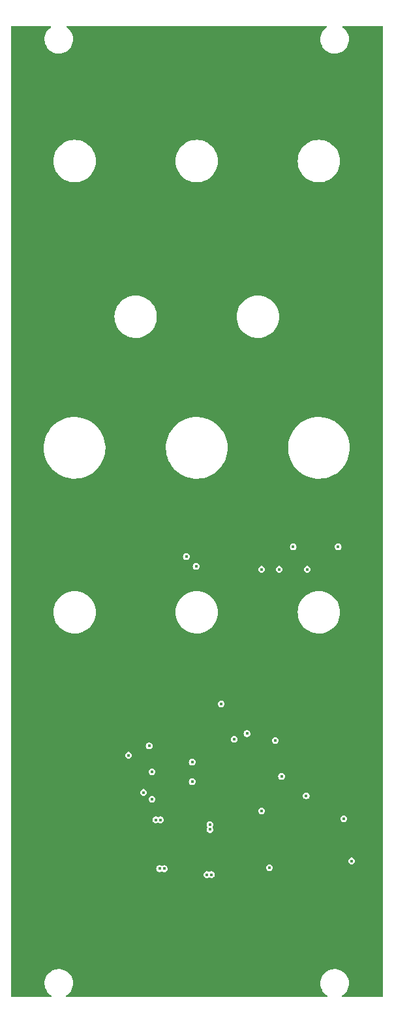
<source format=gbr>
%TF.GenerationSoftware,KiCad,Pcbnew,7.0.6*%
%TF.CreationDate,2023-07-23T13:51:40-05:00*%
%TF.ProjectId,ssi2131_ref,73736932-3133-4315-9f72-65662e6b6963,rev?*%
%TF.SameCoordinates,Original*%
%TF.FileFunction,Copper,L3,Inr*%
%TF.FilePolarity,Positive*%
%FSLAX46Y46*%
G04 Gerber Fmt 4.6, Leading zero omitted, Abs format (unit mm)*
G04 Created by KiCad (PCBNEW 7.0.6) date 2023-07-23 13:51:40*
%MOMM*%
%LPD*%
G01*
G04 APERTURE LIST*
%TA.AperFunction,ViaPad*%
%ADD10C,0.450000*%
%TD*%
G04 APERTURE END LIST*
D10*
%TO.N,+12V*%
X141097000Y-121350303D03*
X141960600Y-130937000D03*
X142585103Y-130937000D03*
%TO.N,GND*%
X154900000Y-106789250D03*
X144490697Y-137185400D03*
X144689750Y-138861800D03*
X157991500Y-58032000D03*
X145585051Y-132613400D03*
X170756500Y-48260000D03*
X128640250Y-37839000D03*
X144687498Y-130937000D03*
X149780000Y-95493250D03*
X154900000Y-48260000D03*
X133923500Y-89926750D03*
X162828250Y-62868750D03*
X145388250Y-138861800D03*
X145034000Y-132334000D03*
X169740500Y-130817700D03*
X134206750Y-37839000D03*
X139043500Y-48260000D03*
X149072600Y-120370600D03*
X167259000Y-134416800D03*
X140358104Y-128030294D03*
X139043500Y-42693500D03*
X145592800Y-137185400D03*
X148844000Y-123952000D03*
X162828250Y-68435250D03*
X145385998Y-130937000D03*
X144496750Y-37839000D03*
X170756500Y-106789250D03*
X158945500Y-123375500D03*
X142135000Y-58032000D03*
X141478000Y-128930400D03*
X152019000Y-134012000D03*
X144482948Y-132613400D03*
X146971750Y-62868750D03*
X133923500Y-95493250D03*
X147320000Y-116840000D03*
X165919750Y-37839000D03*
X161316000Y-140843000D03*
X136568500Y-58032000D03*
X167386000Y-125526800D03*
X145041748Y-137464800D03*
X137780497Y-122555000D03*
X152425000Y-58032000D03*
X139043500Y-101222750D03*
X154900000Y-101222750D03*
X146971750Y-68435250D03*
X167290000Y-126664000D03*
X154900000Y-42693500D03*
X141097000Y-120700800D03*
X152991894Y-120492475D03*
X163475000Y-140823000D03*
X170756500Y-42693500D03*
X150063250Y-37839000D03*
X139043500Y-106789250D03*
X149780000Y-89926750D03*
X160353250Y-37839000D03*
X170756500Y-101222750D03*
X154686000Y-139060000D03*
%TO.N,+5V*%
X158292800Y-125298200D03*
X159803500Y-95504000D03*
X148996400Y-131572000D03*
X148996400Y-132196503D03*
%TO.N,-5V*%
X153797000Y-119754000D03*
X148590000Y-138049000D03*
X165636500Y-95504000D03*
X149199600Y-138049000D03*
X167386000Y-136271000D03*
%TO.N,-12V*%
X143076200Y-137278503D03*
X142451697Y-137278503D03*
X152146000Y-120492475D03*
%TO.N,VREF*%
X155690532Y-129794000D03*
X145923000Y-96774000D03*
X156718000Y-137160000D03*
X161485500Y-127825500D03*
X146685000Y-125984000D03*
X147193000Y-98044000D03*
X146685000Y-123444000D03*
%TO.N,PWM_CTRL*%
X150458650Y-115911150D03*
X157480000Y-120650000D03*
%TO.N,EXPO FREQ POT*%
X166370000Y-130810000D03*
X157988000Y-98425000D03*
X161624192Y-98425000D03*
X155702000Y-98425000D03*
%TO.N,SAW OUT*%
X138430000Y-122555000D03*
X140374580Y-127381000D03*
%TO.N,TRI OUT*%
X141478000Y-128270000D03*
X141478000Y-124714000D03*
%TD*%
%TA.AperFunction,Conductor*%
%TO.N,GND*%
G36*
X128351578Y-27958907D02*
G01*
X128387542Y-28008407D01*
X128387542Y-28069593D01*
X128353893Y-28117358D01*
X128141826Y-28281108D01*
X127953814Y-28476119D01*
X127796199Y-28696422D01*
X127672342Y-28937328D01*
X127584884Y-29193687D01*
X127584881Y-29193698D01*
X127535680Y-29460069D01*
X127525788Y-29730765D01*
X127555414Y-30000020D01*
X127589997Y-30132301D01*
X127623928Y-30262088D01*
X127729870Y-30511390D01*
X127801999Y-30629577D01*
X127870983Y-30742612D01*
X127960252Y-30849880D01*
X128044255Y-30950820D01*
X128245998Y-31131582D01*
X128468624Y-31278870D01*
X128471913Y-31281046D01*
X128604100Y-31343012D01*
X128717176Y-31396020D01*
X128862628Y-31439780D01*
X128976555Y-31474056D01*
X128976559Y-31474057D01*
X128976569Y-31474060D01*
X129143840Y-31498677D01*
X129244560Y-31513500D01*
X129244561Y-31513500D01*
X129447633Y-31513500D01*
X129505495Y-31509264D01*
X129650156Y-31498677D01*
X129914553Y-31439780D01*
X130167558Y-31343014D01*
X130403777Y-31210441D01*
X130618177Y-31044888D01*
X130806186Y-30849881D01*
X130963799Y-30629579D01*
X131087656Y-30388675D01*
X131175118Y-30132305D01*
X131224319Y-29865933D01*
X131234212Y-29595235D01*
X131204586Y-29325982D01*
X131136072Y-29063912D01*
X131030130Y-28814610D01*
X130889018Y-28583390D01*
X130715745Y-28375180D01*
X130610754Y-28281108D01*
X130514007Y-28194422D01*
X130514004Y-28194420D01*
X130514002Y-28194418D01*
X130403883Y-28121564D01*
X130365786Y-28073689D01*
X130363105Y-28012563D01*
X130396865Y-27961534D01*
X130454172Y-27940095D01*
X130458510Y-27940000D01*
X164093387Y-27940000D01*
X164151578Y-27958907D01*
X164187542Y-28008407D01*
X164187542Y-28069593D01*
X164153893Y-28117358D01*
X163941826Y-28281108D01*
X163753814Y-28476119D01*
X163596199Y-28696422D01*
X163472342Y-28937328D01*
X163384884Y-29193687D01*
X163384881Y-29193698D01*
X163335680Y-29460069D01*
X163325788Y-29730765D01*
X163355414Y-30000020D01*
X163389997Y-30132301D01*
X163423928Y-30262088D01*
X163529870Y-30511390D01*
X163601999Y-30629577D01*
X163670983Y-30742612D01*
X163760252Y-30849880D01*
X163844255Y-30950820D01*
X164045998Y-31131582D01*
X164268624Y-31278870D01*
X164271913Y-31281046D01*
X164404100Y-31343012D01*
X164517176Y-31396020D01*
X164662628Y-31439780D01*
X164776555Y-31474056D01*
X164776559Y-31474057D01*
X164776569Y-31474060D01*
X164943840Y-31498677D01*
X165044560Y-31513500D01*
X165044561Y-31513500D01*
X165247633Y-31513500D01*
X165305495Y-31509264D01*
X165450156Y-31498677D01*
X165714553Y-31439780D01*
X165967558Y-31343014D01*
X166203777Y-31210441D01*
X166418177Y-31044888D01*
X166606186Y-30849881D01*
X166763799Y-30629579D01*
X166887656Y-30388675D01*
X166975118Y-30132305D01*
X167024319Y-29865933D01*
X167034212Y-29595235D01*
X167004586Y-29325982D01*
X166936072Y-29063912D01*
X166830130Y-28814610D01*
X166689018Y-28583390D01*
X166515745Y-28375180D01*
X166410754Y-28281108D01*
X166314007Y-28194422D01*
X166314004Y-28194420D01*
X166314002Y-28194418D01*
X166203883Y-28121564D01*
X166165786Y-28073689D01*
X166163105Y-28012563D01*
X166196865Y-27961534D01*
X166254172Y-27940095D01*
X166258510Y-27940000D01*
X171351000Y-27940000D01*
X171409191Y-27958907D01*
X171445155Y-28008407D01*
X171450000Y-28039000D01*
X171450000Y-153825000D01*
X171431093Y-153883191D01*
X171381593Y-153919155D01*
X171351000Y-153924000D01*
X166201936Y-153924000D01*
X166143745Y-153905093D01*
X166107781Y-153855593D01*
X166107781Y-153794407D01*
X166143745Y-153744907D01*
X166153484Y-153738667D01*
X166162813Y-153733430D01*
X166203777Y-153710441D01*
X166418177Y-153544888D01*
X166606186Y-153349881D01*
X166763799Y-153129579D01*
X166887656Y-152888675D01*
X166975118Y-152632305D01*
X167024319Y-152365933D01*
X167034212Y-152095235D01*
X167004586Y-151825982D01*
X166936072Y-151563912D01*
X166830130Y-151314610D01*
X166689018Y-151083390D01*
X166515745Y-150875180D01*
X166410754Y-150781108D01*
X166314007Y-150694422D01*
X166314004Y-150694420D01*
X166314002Y-150694418D01*
X166164489Y-150595501D01*
X166088086Y-150544953D01*
X165842822Y-150429979D01*
X165583444Y-150351943D01*
X165583428Y-150351939D01*
X165315440Y-150312500D01*
X165315439Y-150312500D01*
X165112369Y-150312500D01*
X165112367Y-150312500D01*
X164909848Y-150327322D01*
X164645450Y-150386219D01*
X164392439Y-150482987D01*
X164156219Y-150615561D01*
X163941826Y-150781108D01*
X163753814Y-150976119D01*
X163596199Y-151196422D01*
X163472342Y-151437328D01*
X163384884Y-151693687D01*
X163384881Y-151693698D01*
X163335680Y-151960069D01*
X163325788Y-152230765D01*
X163355414Y-152500020D01*
X163389997Y-152632301D01*
X163423928Y-152762088D01*
X163529870Y-153011390D01*
X163601999Y-153129577D01*
X163670983Y-153242612D01*
X163760252Y-153349880D01*
X163844255Y-153450820D01*
X164045998Y-153631582D01*
X164207857Y-153738667D01*
X164213551Y-153742434D01*
X164251650Y-153790311D01*
X164254331Y-153851438D01*
X164220570Y-153902466D01*
X164163264Y-153923905D01*
X164158926Y-153924000D01*
X130401936Y-153924000D01*
X130343745Y-153905093D01*
X130307781Y-153855593D01*
X130307781Y-153794407D01*
X130343745Y-153744907D01*
X130353484Y-153738667D01*
X130362813Y-153733430D01*
X130403777Y-153710441D01*
X130618177Y-153544888D01*
X130806186Y-153349881D01*
X130963799Y-153129579D01*
X131087656Y-152888675D01*
X131175118Y-152632305D01*
X131224319Y-152365933D01*
X131234212Y-152095235D01*
X131204586Y-151825982D01*
X131136072Y-151563912D01*
X131030130Y-151314610D01*
X130889018Y-151083390D01*
X130715745Y-150875180D01*
X130610754Y-150781108D01*
X130514007Y-150694422D01*
X130514004Y-150694420D01*
X130514002Y-150694418D01*
X130364489Y-150595501D01*
X130288086Y-150544953D01*
X130042822Y-150429979D01*
X129783444Y-150351943D01*
X129783428Y-150351939D01*
X129515440Y-150312500D01*
X129515439Y-150312500D01*
X129312369Y-150312500D01*
X129312367Y-150312500D01*
X129109848Y-150327322D01*
X128845450Y-150386219D01*
X128592439Y-150482987D01*
X128356219Y-150615561D01*
X128141826Y-150781108D01*
X127953814Y-150976119D01*
X127796199Y-151196422D01*
X127672342Y-151437328D01*
X127584884Y-151693687D01*
X127584881Y-151693698D01*
X127535680Y-151960069D01*
X127525788Y-152230765D01*
X127555414Y-152500020D01*
X127589997Y-152632301D01*
X127623928Y-152762088D01*
X127729870Y-153011390D01*
X127801999Y-153129577D01*
X127870983Y-153242612D01*
X127960252Y-153349880D01*
X128044255Y-153450820D01*
X128245998Y-153631582D01*
X128407857Y-153738667D01*
X128413551Y-153742434D01*
X128451650Y-153790311D01*
X128454331Y-153851438D01*
X128420570Y-153902466D01*
X128363264Y-153923905D01*
X128358926Y-153924000D01*
X123289000Y-153924000D01*
X123230809Y-153905093D01*
X123194845Y-153855593D01*
X123190000Y-153825000D01*
X123190000Y-138049002D01*
X148150022Y-138049002D01*
X148167842Y-138172951D01*
X148167843Y-138172953D01*
X148167843Y-138172954D01*
X148167844Y-138172956D01*
X148219867Y-138286870D01*
X148219868Y-138286871D01*
X148301875Y-138381512D01*
X148301875Y-138381513D01*
X148407225Y-138449217D01*
X148407227Y-138449218D01*
X148527385Y-138484500D01*
X148527386Y-138484500D01*
X148652614Y-138484500D01*
X148652615Y-138484500D01*
X148772773Y-138449218D01*
X148841278Y-138405192D01*
X148900451Y-138389638D01*
X148948321Y-138405192D01*
X149016827Y-138449218D01*
X149136985Y-138484500D01*
X149136986Y-138484500D01*
X149262214Y-138484500D01*
X149262215Y-138484500D01*
X149382373Y-138449218D01*
X149487724Y-138381513D01*
X149569733Y-138286870D01*
X149621756Y-138172956D01*
X149639578Y-138049000D01*
X149621756Y-137925044D01*
X149569733Y-137811130D01*
X149487724Y-137716487D01*
X149487724Y-137716486D01*
X149382374Y-137648782D01*
X149262216Y-137613500D01*
X149262215Y-137613500D01*
X149136985Y-137613500D01*
X149136983Y-137613500D01*
X149016825Y-137648782D01*
X148948323Y-137692806D01*
X148889148Y-137708361D01*
X148841277Y-137692806D01*
X148772774Y-137648782D01*
X148652616Y-137613500D01*
X148652615Y-137613500D01*
X148527385Y-137613500D01*
X148527383Y-137613500D01*
X148407225Y-137648782D01*
X148301875Y-137716486D01*
X148301875Y-137716487D01*
X148219868Y-137811128D01*
X148167843Y-137925046D01*
X148167842Y-137925048D01*
X148150022Y-138048997D01*
X148150022Y-138049002D01*
X123190000Y-138049002D01*
X123190000Y-137278505D01*
X142011719Y-137278505D01*
X142029539Y-137402454D01*
X142029540Y-137402456D01*
X142029540Y-137402457D01*
X142029541Y-137402459D01*
X142081564Y-137516373D01*
X142081565Y-137516374D01*
X142163572Y-137611015D01*
X142163572Y-137611016D01*
X142268922Y-137678720D01*
X142268924Y-137678721D01*
X142389082Y-137714003D01*
X142389083Y-137714003D01*
X142514311Y-137714003D01*
X142514312Y-137714003D01*
X142634470Y-137678721D01*
X142710427Y-137629906D01*
X142769599Y-137614352D01*
X142817469Y-137629906D01*
X142893427Y-137678721D01*
X143013585Y-137714003D01*
X143013586Y-137714003D01*
X143138814Y-137714003D01*
X143138815Y-137714003D01*
X143258973Y-137678721D01*
X143364324Y-137611016D01*
X143446333Y-137516373D01*
X143498356Y-137402459D01*
X143515394Y-137283956D01*
X143516178Y-137278505D01*
X143516178Y-137278500D01*
X143499141Y-137160002D01*
X156278022Y-137160002D01*
X156295842Y-137283951D01*
X156295843Y-137283953D01*
X156295843Y-137283954D01*
X156295844Y-137283956D01*
X156347867Y-137397870D01*
X156388871Y-137445191D01*
X156429875Y-137492512D01*
X156429875Y-137492513D01*
X156467004Y-137516374D01*
X156535227Y-137560218D01*
X156655385Y-137595500D01*
X156655386Y-137595500D01*
X156780614Y-137595500D01*
X156780615Y-137595500D01*
X156900773Y-137560218D01*
X157006124Y-137492513D01*
X157088133Y-137397870D01*
X157140156Y-137283956D01*
X157140940Y-137278503D01*
X157157978Y-137160002D01*
X157157978Y-137159997D01*
X157140157Y-137036048D01*
X157140156Y-137036046D01*
X157140156Y-137036044D01*
X157088133Y-136922130D01*
X157006124Y-136827487D01*
X157006124Y-136827486D01*
X156900774Y-136759782D01*
X156780616Y-136724500D01*
X156780615Y-136724500D01*
X156655385Y-136724500D01*
X156655383Y-136724500D01*
X156535225Y-136759782D01*
X156429875Y-136827486D01*
X156429875Y-136827487D01*
X156347868Y-136922128D01*
X156347867Y-136922129D01*
X156347867Y-136922130D01*
X156324254Y-136973834D01*
X156295843Y-137036046D01*
X156295842Y-137036048D01*
X156278022Y-137159997D01*
X156278022Y-137160002D01*
X143499141Y-137160002D01*
X143498357Y-137154551D01*
X143498356Y-137154549D01*
X143498356Y-137154547D01*
X143446333Y-137040633D01*
X143364324Y-136945990D01*
X143364324Y-136945989D01*
X143258974Y-136878285D01*
X143138816Y-136843003D01*
X143138815Y-136843003D01*
X143013585Y-136843003D01*
X143013583Y-136843003D01*
X142893425Y-136878285D01*
X142817471Y-136927098D01*
X142758296Y-136942653D01*
X142710425Y-136927098D01*
X142634471Y-136878285D01*
X142514313Y-136843003D01*
X142514312Y-136843003D01*
X142389082Y-136843003D01*
X142389080Y-136843003D01*
X142268922Y-136878285D01*
X142163572Y-136945989D01*
X142163572Y-136945990D01*
X142081565Y-137040631D01*
X142029540Y-137154549D01*
X142029539Y-137154551D01*
X142011719Y-137278500D01*
X142011719Y-137278505D01*
X123190000Y-137278505D01*
X123190000Y-136271002D01*
X166946022Y-136271002D01*
X166963842Y-136394951D01*
X166963843Y-136394953D01*
X166963843Y-136394954D01*
X166963844Y-136394956D01*
X167015867Y-136508870D01*
X167015868Y-136508871D01*
X167097875Y-136603512D01*
X167097875Y-136603513D01*
X167203225Y-136671217D01*
X167203227Y-136671218D01*
X167323385Y-136706500D01*
X167323386Y-136706500D01*
X167448614Y-136706500D01*
X167448615Y-136706500D01*
X167568773Y-136671218D01*
X167674124Y-136603513D01*
X167756133Y-136508870D01*
X167808156Y-136394956D01*
X167825978Y-136271000D01*
X167808156Y-136147044D01*
X167756133Y-136033130D01*
X167674124Y-135938487D01*
X167674124Y-135938486D01*
X167568774Y-135870782D01*
X167448616Y-135835500D01*
X167448615Y-135835500D01*
X167323385Y-135835500D01*
X167323383Y-135835500D01*
X167203225Y-135870782D01*
X167097875Y-135938486D01*
X167097875Y-135938487D01*
X167015868Y-136033128D01*
X166963843Y-136147046D01*
X166963842Y-136147048D01*
X166946022Y-136270997D01*
X166946022Y-136271002D01*
X123190000Y-136271002D01*
X123190000Y-132196505D01*
X148556422Y-132196505D01*
X148574242Y-132320454D01*
X148574243Y-132320456D01*
X148574243Y-132320457D01*
X148574244Y-132320459D01*
X148626267Y-132434373D01*
X148626268Y-132434374D01*
X148708275Y-132529015D01*
X148708275Y-132529016D01*
X148813625Y-132596720D01*
X148813627Y-132596721D01*
X148933785Y-132632003D01*
X148933786Y-132632003D01*
X149059014Y-132632003D01*
X149059015Y-132632003D01*
X149179173Y-132596721D01*
X149284524Y-132529016D01*
X149366533Y-132434373D01*
X149418556Y-132320459D01*
X149436378Y-132196503D01*
X149418556Y-132072547D01*
X149366533Y-131958633D01*
X149366531Y-131958631D01*
X149366531Y-131958630D01*
X149358258Y-131949083D01*
X149334439Y-131892724D01*
X149348297Y-131833129D01*
X149358257Y-131819420D01*
X149366533Y-131809870D01*
X149418556Y-131695956D01*
X149436378Y-131572000D01*
X149418556Y-131448044D01*
X149366533Y-131334130D01*
X149284524Y-131239487D01*
X149284524Y-131239486D01*
X149179174Y-131171782D01*
X149059016Y-131136500D01*
X149059015Y-131136500D01*
X148933785Y-131136500D01*
X148933783Y-131136500D01*
X148813625Y-131171782D01*
X148708275Y-131239486D01*
X148708275Y-131239487D01*
X148626268Y-131334128D01*
X148574243Y-131448046D01*
X148574242Y-131448048D01*
X148556422Y-131571997D01*
X148556422Y-131572002D01*
X148574242Y-131695951D01*
X148574243Y-131695953D01*
X148574243Y-131695954D01*
X148574244Y-131695956D01*
X148626267Y-131809870D01*
X148634542Y-131819420D01*
X148658360Y-131875778D01*
X148644502Y-131935374D01*
X148634544Y-131949080D01*
X148626268Y-131958631D01*
X148574243Y-132072549D01*
X148574242Y-132072551D01*
X148556422Y-132196500D01*
X148556422Y-132196505D01*
X123190000Y-132196505D01*
X123190000Y-130937002D01*
X141520622Y-130937002D01*
X141538442Y-131060951D01*
X141538443Y-131060953D01*
X141538443Y-131060954D01*
X141538444Y-131060956D01*
X141590467Y-131174870D01*
X141621096Y-131210218D01*
X141672475Y-131269512D01*
X141672475Y-131269513D01*
X141773022Y-131334130D01*
X141777827Y-131337218D01*
X141897985Y-131372500D01*
X141897986Y-131372500D01*
X142023214Y-131372500D01*
X142023215Y-131372500D01*
X142143373Y-131337218D01*
X142219330Y-131288403D01*
X142278502Y-131272849D01*
X142326372Y-131288403D01*
X142402330Y-131337218D01*
X142522488Y-131372500D01*
X142522489Y-131372500D01*
X142647717Y-131372500D01*
X142647718Y-131372500D01*
X142767876Y-131337218D01*
X142873227Y-131269513D01*
X142955236Y-131174870D01*
X143007259Y-131060956D01*
X143007260Y-131060951D01*
X143025081Y-130937002D01*
X143025081Y-130936997D01*
X143007260Y-130813048D01*
X143007259Y-130813046D01*
X143007259Y-130813044D01*
X143005870Y-130810002D01*
X165930022Y-130810002D01*
X165947842Y-130933951D01*
X165947843Y-130933953D01*
X165947843Y-130933954D01*
X165947844Y-130933956D01*
X165999867Y-131047870D01*
X165999868Y-131047871D01*
X166081875Y-131142512D01*
X166081875Y-131142513D01*
X166187225Y-131210217D01*
X166187227Y-131210218D01*
X166307385Y-131245500D01*
X166307386Y-131245500D01*
X166432614Y-131245500D01*
X166432615Y-131245500D01*
X166552773Y-131210218D01*
X166658124Y-131142513D01*
X166740133Y-131047870D01*
X166792156Y-130933956D01*
X166809540Y-130813046D01*
X166809978Y-130810002D01*
X166809978Y-130809997D01*
X166792157Y-130686048D01*
X166792156Y-130686046D01*
X166792156Y-130686044D01*
X166740133Y-130572130D01*
X166658124Y-130477487D01*
X166658124Y-130477486D01*
X166552774Y-130409782D01*
X166432616Y-130374500D01*
X166432615Y-130374500D01*
X166307385Y-130374500D01*
X166307383Y-130374500D01*
X166187225Y-130409782D01*
X166081875Y-130477486D01*
X166081875Y-130477487D01*
X165999868Y-130572128D01*
X165947843Y-130686046D01*
X165947842Y-130686048D01*
X165930022Y-130809997D01*
X165930022Y-130810002D01*
X143005870Y-130810002D01*
X142955236Y-130699130D01*
X142873227Y-130604487D01*
X142873227Y-130604486D01*
X142767877Y-130536782D01*
X142647719Y-130501500D01*
X142647718Y-130501500D01*
X142522488Y-130501500D01*
X142522486Y-130501500D01*
X142402328Y-130536782D01*
X142326374Y-130585595D01*
X142267199Y-130601150D01*
X142219328Y-130585595D01*
X142143374Y-130536782D01*
X142023216Y-130501500D01*
X142023215Y-130501500D01*
X141897985Y-130501500D01*
X141897983Y-130501500D01*
X141777825Y-130536782D01*
X141672475Y-130604486D01*
X141672475Y-130604487D01*
X141590468Y-130699128D01*
X141538443Y-130813046D01*
X141538442Y-130813048D01*
X141520622Y-130936997D01*
X141520622Y-130937002D01*
X123190000Y-130937002D01*
X123190000Y-129794002D01*
X155250554Y-129794002D01*
X155268374Y-129917951D01*
X155268375Y-129917953D01*
X155268375Y-129917954D01*
X155268376Y-129917956D01*
X155320399Y-130031870D01*
X155320400Y-130031871D01*
X155402407Y-130126512D01*
X155402407Y-130126513D01*
X155507757Y-130194217D01*
X155507759Y-130194218D01*
X155627917Y-130229500D01*
X155627918Y-130229500D01*
X155753146Y-130229500D01*
X155753147Y-130229500D01*
X155873305Y-130194218D01*
X155978656Y-130126513D01*
X156060665Y-130031870D01*
X156112688Y-129917956D01*
X156130510Y-129794000D01*
X156112688Y-129670044D01*
X156060665Y-129556130D01*
X155978656Y-129461487D01*
X155978656Y-129461486D01*
X155873306Y-129393782D01*
X155753148Y-129358500D01*
X155753147Y-129358500D01*
X155627917Y-129358500D01*
X155627915Y-129358500D01*
X155507757Y-129393782D01*
X155402407Y-129461486D01*
X155402407Y-129461487D01*
X155320400Y-129556128D01*
X155268375Y-129670046D01*
X155268374Y-129670048D01*
X155250554Y-129793997D01*
X155250554Y-129794002D01*
X123190000Y-129794002D01*
X123190000Y-128270002D01*
X141038022Y-128270002D01*
X141055842Y-128393951D01*
X141055843Y-128393953D01*
X141055843Y-128393954D01*
X141055844Y-128393956D01*
X141107867Y-128507870D01*
X141107868Y-128507871D01*
X141189875Y-128602512D01*
X141189875Y-128602513D01*
X141295225Y-128670217D01*
X141295227Y-128670218D01*
X141415385Y-128705500D01*
X141415386Y-128705500D01*
X141540614Y-128705500D01*
X141540615Y-128705500D01*
X141660773Y-128670218D01*
X141766124Y-128602513D01*
X141848133Y-128507870D01*
X141900156Y-128393956D01*
X141917978Y-128270000D01*
X141911611Y-128225718D01*
X141900157Y-128146048D01*
X141900156Y-128146046D01*
X141900156Y-128146044D01*
X141848133Y-128032130D01*
X141766124Y-127937487D01*
X141766124Y-127937486D01*
X141660774Y-127869782D01*
X141540616Y-127834500D01*
X141540615Y-127834500D01*
X141415385Y-127834500D01*
X141415383Y-127834500D01*
X141295225Y-127869782D01*
X141189875Y-127937486D01*
X141189875Y-127937487D01*
X141107868Y-128032128D01*
X141055843Y-128146046D01*
X141055842Y-128146048D01*
X141038022Y-128269997D01*
X141038022Y-128270002D01*
X123190000Y-128270002D01*
X123190000Y-127825502D01*
X161045522Y-127825502D01*
X161063342Y-127949451D01*
X161063343Y-127949453D01*
X161063343Y-127949454D01*
X161063344Y-127949456D01*
X161115367Y-128063370D01*
X161115368Y-128063371D01*
X161197375Y-128158012D01*
X161197375Y-128158013D01*
X161302725Y-128225717D01*
X161302727Y-128225718D01*
X161422885Y-128261000D01*
X161422886Y-128261000D01*
X161548114Y-128261000D01*
X161548115Y-128261000D01*
X161668273Y-128225718D01*
X161773624Y-128158013D01*
X161855633Y-128063370D01*
X161907656Y-127949456D01*
X161909377Y-127937486D01*
X161925478Y-127825502D01*
X161925478Y-127825497D01*
X161907657Y-127701548D01*
X161907656Y-127701546D01*
X161907656Y-127701544D01*
X161855633Y-127587630D01*
X161773624Y-127492987D01*
X161773624Y-127492986D01*
X161668274Y-127425282D01*
X161548116Y-127390000D01*
X161548115Y-127390000D01*
X161422885Y-127390000D01*
X161422883Y-127390000D01*
X161302725Y-127425282D01*
X161197375Y-127492986D01*
X161197375Y-127492987D01*
X161115368Y-127587628D01*
X161063343Y-127701546D01*
X161063342Y-127701548D01*
X161045522Y-127825497D01*
X161045522Y-127825502D01*
X123190000Y-127825502D01*
X123190000Y-127381002D01*
X139934602Y-127381002D01*
X139952422Y-127504951D01*
X139952423Y-127504953D01*
X139952423Y-127504954D01*
X139952424Y-127504956D01*
X140004447Y-127618870D01*
X140004448Y-127618871D01*
X140086455Y-127713512D01*
X140086455Y-127713513D01*
X140191805Y-127781217D01*
X140191807Y-127781218D01*
X140311965Y-127816500D01*
X140311966Y-127816500D01*
X140437194Y-127816500D01*
X140437195Y-127816500D01*
X140557353Y-127781218D01*
X140662704Y-127713513D01*
X140744713Y-127618870D01*
X140796736Y-127504956D01*
X140798457Y-127492986D01*
X140814558Y-127381002D01*
X140814558Y-127380997D01*
X140796737Y-127257048D01*
X140796736Y-127257046D01*
X140796736Y-127257044D01*
X140744713Y-127143130D01*
X140662704Y-127048487D01*
X140662704Y-127048486D01*
X140557354Y-126980782D01*
X140437196Y-126945500D01*
X140437195Y-126945500D01*
X140311965Y-126945500D01*
X140311963Y-126945500D01*
X140191805Y-126980782D01*
X140086455Y-127048486D01*
X140086455Y-127048487D01*
X140004448Y-127143128D01*
X139952423Y-127257046D01*
X139952422Y-127257048D01*
X139934602Y-127380997D01*
X139934602Y-127381002D01*
X123190000Y-127381002D01*
X123190000Y-125984002D01*
X146245022Y-125984002D01*
X146262842Y-126107951D01*
X146262843Y-126107953D01*
X146262843Y-126107954D01*
X146262844Y-126107956D01*
X146314867Y-126221870D01*
X146314868Y-126221871D01*
X146396875Y-126316512D01*
X146396875Y-126316513D01*
X146502225Y-126384217D01*
X146502227Y-126384218D01*
X146622385Y-126419500D01*
X146622386Y-126419500D01*
X146747614Y-126419500D01*
X146747615Y-126419500D01*
X146867773Y-126384218D01*
X146973124Y-126316513D01*
X147055133Y-126221870D01*
X147107156Y-126107956D01*
X147124978Y-125984000D01*
X147107156Y-125860044D01*
X147055133Y-125746130D01*
X146973124Y-125651487D01*
X146973124Y-125651486D01*
X146867774Y-125583782D01*
X146747616Y-125548500D01*
X146747615Y-125548500D01*
X146622385Y-125548500D01*
X146622383Y-125548500D01*
X146502225Y-125583782D01*
X146396875Y-125651486D01*
X146396875Y-125651487D01*
X146314868Y-125746128D01*
X146262843Y-125860046D01*
X146262842Y-125860048D01*
X146245022Y-125983997D01*
X146245022Y-125984002D01*
X123190000Y-125984002D01*
X123190000Y-125298202D01*
X157852822Y-125298202D01*
X157870642Y-125422151D01*
X157870643Y-125422153D01*
X157870643Y-125422154D01*
X157870644Y-125422156D01*
X157922667Y-125536070D01*
X157922668Y-125536071D01*
X158004675Y-125630712D01*
X158004675Y-125630713D01*
X158110025Y-125698417D01*
X158110027Y-125698418D01*
X158230185Y-125733700D01*
X158230186Y-125733700D01*
X158355414Y-125733700D01*
X158355415Y-125733700D01*
X158475573Y-125698418D01*
X158580924Y-125630713D01*
X158662933Y-125536070D01*
X158714956Y-125422156D01*
X158732778Y-125298200D01*
X158714956Y-125174244D01*
X158662933Y-125060330D01*
X158580924Y-124965687D01*
X158580924Y-124965686D01*
X158475574Y-124897982D01*
X158355416Y-124862700D01*
X158355415Y-124862700D01*
X158230185Y-124862700D01*
X158230183Y-124862700D01*
X158110025Y-124897982D01*
X158004675Y-124965686D01*
X158004675Y-124965687D01*
X157922668Y-125060328D01*
X157870643Y-125174246D01*
X157870642Y-125174248D01*
X157852822Y-125298197D01*
X157852822Y-125298202D01*
X123190000Y-125298202D01*
X123190000Y-124714002D01*
X141038022Y-124714002D01*
X141055842Y-124837951D01*
X141055843Y-124837953D01*
X141055843Y-124837954D01*
X141055844Y-124837956D01*
X141107867Y-124951870D01*
X141107868Y-124951871D01*
X141189875Y-125046512D01*
X141189875Y-125046513D01*
X141295225Y-125114217D01*
X141295227Y-125114218D01*
X141415385Y-125149500D01*
X141415386Y-125149500D01*
X141540614Y-125149500D01*
X141540615Y-125149500D01*
X141660773Y-125114218D01*
X141766124Y-125046513D01*
X141848133Y-124951870D01*
X141900156Y-124837956D01*
X141917978Y-124714000D01*
X141900156Y-124590044D01*
X141848133Y-124476130D01*
X141766124Y-124381487D01*
X141766124Y-124381486D01*
X141660774Y-124313782D01*
X141540616Y-124278500D01*
X141540615Y-124278500D01*
X141415385Y-124278500D01*
X141415383Y-124278500D01*
X141295225Y-124313782D01*
X141189875Y-124381486D01*
X141189875Y-124381487D01*
X141107868Y-124476128D01*
X141055843Y-124590046D01*
X141055842Y-124590048D01*
X141038022Y-124713997D01*
X141038022Y-124714002D01*
X123190000Y-124714002D01*
X123190000Y-123444002D01*
X146245022Y-123444002D01*
X146262842Y-123567951D01*
X146262843Y-123567953D01*
X146262843Y-123567954D01*
X146262844Y-123567956D01*
X146314867Y-123681870D01*
X146314868Y-123681871D01*
X146396875Y-123776512D01*
X146396875Y-123776513D01*
X146502225Y-123844217D01*
X146502227Y-123844218D01*
X146622385Y-123879500D01*
X146622386Y-123879500D01*
X146747614Y-123879500D01*
X146747615Y-123879500D01*
X146867773Y-123844218D01*
X146973124Y-123776513D01*
X147055133Y-123681870D01*
X147107156Y-123567956D01*
X147124978Y-123444000D01*
X147107156Y-123320044D01*
X147055133Y-123206130D01*
X146973124Y-123111487D01*
X146973124Y-123111486D01*
X146867774Y-123043782D01*
X146747616Y-123008500D01*
X146747615Y-123008500D01*
X146622385Y-123008500D01*
X146622383Y-123008500D01*
X146502225Y-123043782D01*
X146396875Y-123111486D01*
X146396875Y-123111487D01*
X146314868Y-123206128D01*
X146262843Y-123320046D01*
X146262842Y-123320048D01*
X146245022Y-123443997D01*
X146245022Y-123444002D01*
X123190000Y-123444002D01*
X123190000Y-122555002D01*
X137990022Y-122555002D01*
X138007842Y-122678951D01*
X138007843Y-122678953D01*
X138007843Y-122678954D01*
X138007844Y-122678956D01*
X138059867Y-122792870D01*
X138059868Y-122792871D01*
X138141875Y-122887512D01*
X138141875Y-122887513D01*
X138247225Y-122955217D01*
X138247227Y-122955218D01*
X138367385Y-122990500D01*
X138367386Y-122990500D01*
X138492614Y-122990500D01*
X138492615Y-122990500D01*
X138612773Y-122955218D01*
X138718124Y-122887513D01*
X138800133Y-122792870D01*
X138852156Y-122678956D01*
X138869978Y-122555000D01*
X138852156Y-122431044D01*
X138800133Y-122317130D01*
X138718124Y-122222487D01*
X138718124Y-122222486D01*
X138612774Y-122154782D01*
X138492616Y-122119500D01*
X138492615Y-122119500D01*
X138367385Y-122119500D01*
X138367383Y-122119500D01*
X138247225Y-122154782D01*
X138141875Y-122222486D01*
X138141875Y-122222487D01*
X138059868Y-122317128D01*
X138007843Y-122431046D01*
X138007842Y-122431048D01*
X137990022Y-122554997D01*
X137990022Y-122555002D01*
X123190000Y-122555002D01*
X123190000Y-121350305D01*
X140657022Y-121350305D01*
X140674842Y-121474254D01*
X140674843Y-121474256D01*
X140674843Y-121474257D01*
X140674844Y-121474259D01*
X140726867Y-121588173D01*
X140726868Y-121588174D01*
X140808875Y-121682815D01*
X140808875Y-121682816D01*
X140914225Y-121750520D01*
X140914227Y-121750521D01*
X141034385Y-121785803D01*
X141034386Y-121785803D01*
X141159614Y-121785803D01*
X141159615Y-121785803D01*
X141279773Y-121750521D01*
X141385124Y-121682816D01*
X141467133Y-121588173D01*
X141519156Y-121474259D01*
X141536978Y-121350303D01*
X141519156Y-121226347D01*
X141467133Y-121112433D01*
X141385124Y-121017790D01*
X141385124Y-121017789D01*
X141279774Y-120950085D01*
X141159616Y-120914803D01*
X141159615Y-120914803D01*
X141034385Y-120914803D01*
X141034383Y-120914803D01*
X140914225Y-120950085D01*
X140808875Y-121017789D01*
X140808875Y-121017790D01*
X140726868Y-121112431D01*
X140674843Y-121226349D01*
X140674842Y-121226351D01*
X140657022Y-121350300D01*
X140657022Y-121350305D01*
X123190000Y-121350305D01*
X123190000Y-120492477D01*
X151706022Y-120492477D01*
X151723842Y-120616426D01*
X151723843Y-120616428D01*
X151723843Y-120616429D01*
X151723844Y-120616431D01*
X151775867Y-120730345D01*
X151775868Y-120730346D01*
X151857875Y-120824987D01*
X151857875Y-120824988D01*
X151963225Y-120892692D01*
X151963227Y-120892693D01*
X152083385Y-120927975D01*
X152083386Y-120927975D01*
X152208614Y-120927975D01*
X152208615Y-120927975D01*
X152328773Y-120892693D01*
X152434124Y-120824988D01*
X152516133Y-120730345D01*
X152552825Y-120650002D01*
X157040022Y-120650002D01*
X157057842Y-120773951D01*
X157057843Y-120773953D01*
X157057843Y-120773954D01*
X157057844Y-120773956D01*
X157109867Y-120887870D01*
X157109868Y-120887871D01*
X157191875Y-120982512D01*
X157191875Y-120982513D01*
X157297225Y-121050217D01*
X157297227Y-121050218D01*
X157417385Y-121085500D01*
X157417386Y-121085500D01*
X157542614Y-121085500D01*
X157542615Y-121085500D01*
X157662773Y-121050218D01*
X157768124Y-120982513D01*
X157850133Y-120887870D01*
X157902156Y-120773956D01*
X157908426Y-120730346D01*
X157919978Y-120650002D01*
X157919978Y-120649997D01*
X157902157Y-120526048D01*
X157902156Y-120526046D01*
X157902156Y-120526044D01*
X157850133Y-120412130D01*
X157768124Y-120317487D01*
X157768124Y-120317486D01*
X157662774Y-120249782D01*
X157542616Y-120214500D01*
X157542615Y-120214500D01*
X157417385Y-120214500D01*
X157417383Y-120214500D01*
X157297225Y-120249782D01*
X157191875Y-120317486D01*
X157191875Y-120317487D01*
X157109868Y-120412128D01*
X157057843Y-120526046D01*
X157057842Y-120526048D01*
X157040022Y-120649997D01*
X157040022Y-120650002D01*
X152552825Y-120650002D01*
X152568156Y-120616431D01*
X152581151Y-120526048D01*
X152585978Y-120492477D01*
X152585978Y-120492472D01*
X152568157Y-120368523D01*
X152568156Y-120368521D01*
X152568156Y-120368519D01*
X152516133Y-120254605D01*
X152434124Y-120159962D01*
X152434124Y-120159961D01*
X152328774Y-120092257D01*
X152208616Y-120056975D01*
X152208615Y-120056975D01*
X152083385Y-120056975D01*
X152083383Y-120056975D01*
X151963225Y-120092257D01*
X151857875Y-120159961D01*
X151857875Y-120159962D01*
X151775868Y-120254603D01*
X151723843Y-120368521D01*
X151723842Y-120368523D01*
X151706022Y-120492472D01*
X151706022Y-120492477D01*
X123190000Y-120492477D01*
X123190000Y-119754002D01*
X153357022Y-119754002D01*
X153374842Y-119877951D01*
X153374843Y-119877953D01*
X153374843Y-119877954D01*
X153374844Y-119877956D01*
X153426867Y-119991870D01*
X153426868Y-119991871D01*
X153508875Y-120086512D01*
X153508875Y-120086513D01*
X153614225Y-120154217D01*
X153614227Y-120154218D01*
X153734385Y-120189500D01*
X153734386Y-120189500D01*
X153859614Y-120189500D01*
X153859615Y-120189500D01*
X153979773Y-120154218D01*
X154085124Y-120086513D01*
X154167133Y-119991870D01*
X154219156Y-119877956D01*
X154236978Y-119754000D01*
X154219156Y-119630044D01*
X154167133Y-119516130D01*
X154085124Y-119421487D01*
X154085124Y-119421486D01*
X153979774Y-119353782D01*
X153859616Y-119318500D01*
X153859615Y-119318500D01*
X153734385Y-119318500D01*
X153734383Y-119318500D01*
X153614225Y-119353782D01*
X153508875Y-119421486D01*
X153508875Y-119421487D01*
X153426868Y-119516128D01*
X153374843Y-119630046D01*
X153374842Y-119630048D01*
X153357022Y-119753997D01*
X153357022Y-119754002D01*
X123190000Y-119754002D01*
X123190000Y-115911152D01*
X150018672Y-115911152D01*
X150036492Y-116035101D01*
X150036493Y-116035103D01*
X150036493Y-116035104D01*
X150036494Y-116035106D01*
X150088517Y-116149020D01*
X150088518Y-116149021D01*
X150170525Y-116243662D01*
X150170525Y-116243663D01*
X150275875Y-116311367D01*
X150275877Y-116311368D01*
X150396035Y-116346650D01*
X150396036Y-116346650D01*
X150521264Y-116346650D01*
X150521265Y-116346650D01*
X150641423Y-116311368D01*
X150746774Y-116243663D01*
X150828783Y-116149020D01*
X150880806Y-116035106D01*
X150898628Y-115911150D01*
X150880806Y-115787194D01*
X150828783Y-115673280D01*
X150746774Y-115578637D01*
X150746774Y-115578636D01*
X150641424Y-115510932D01*
X150521266Y-115475650D01*
X150521265Y-115475650D01*
X150396035Y-115475650D01*
X150396033Y-115475650D01*
X150275875Y-115510932D01*
X150170525Y-115578636D01*
X150170525Y-115578637D01*
X150088518Y-115673278D01*
X150036493Y-115787196D01*
X150036492Y-115787198D01*
X150018672Y-115911147D01*
X150018672Y-115911152D01*
X123190000Y-115911152D01*
X123190000Y-104006006D01*
X128667973Y-104006006D01*
X128688063Y-104338143D01*
X128748043Y-104665437D01*
X128748043Y-104665439D01*
X128748044Y-104665441D01*
X128847037Y-104983123D01*
X128983602Y-105286557D01*
X128983606Y-105286565D01*
X128983610Y-105286571D01*
X129155737Y-105571304D01*
X129155741Y-105571310D01*
X129155746Y-105571318D01*
X129360958Y-105833252D01*
X129596248Y-106068542D01*
X129858182Y-106273754D01*
X130142943Y-106445898D01*
X130446377Y-106582463D01*
X130764059Y-106681456D01*
X130982258Y-106721442D01*
X131091357Y-106741436D01*
X131091354Y-106741436D01*
X131340388Y-106756500D01*
X131340394Y-106756500D01*
X131506612Y-106756500D01*
X131755643Y-106741436D01*
X131821101Y-106729439D01*
X132082941Y-106681456D01*
X132400623Y-106582463D01*
X132704057Y-106445898D01*
X132988818Y-106273754D01*
X133250752Y-106068542D01*
X133486042Y-105833252D01*
X133691254Y-105571318D01*
X133863398Y-105286557D01*
X133999963Y-104983123D01*
X134098956Y-104665441D01*
X134158936Y-104338142D01*
X134179027Y-104006006D01*
X144524473Y-104006006D01*
X144544563Y-104338143D01*
X144604543Y-104665437D01*
X144604543Y-104665439D01*
X144604544Y-104665441D01*
X144703537Y-104983123D01*
X144840102Y-105286557D01*
X144840106Y-105286565D01*
X144840110Y-105286571D01*
X145012237Y-105571304D01*
X145012241Y-105571310D01*
X145012246Y-105571318D01*
X145217458Y-105833252D01*
X145452748Y-106068542D01*
X145714682Y-106273754D01*
X145999443Y-106445898D01*
X146302877Y-106582463D01*
X146620559Y-106681456D01*
X146838758Y-106721442D01*
X146947857Y-106741436D01*
X146947854Y-106741436D01*
X147196888Y-106756500D01*
X147196894Y-106756500D01*
X147363112Y-106756500D01*
X147612143Y-106741436D01*
X147677601Y-106729440D01*
X147939441Y-106681456D01*
X148257123Y-106582463D01*
X148560557Y-106445898D01*
X148845318Y-106273754D01*
X149107252Y-106068542D01*
X149342542Y-105833252D01*
X149547754Y-105571318D01*
X149719898Y-105286557D01*
X149856463Y-104983123D01*
X149955456Y-104665441D01*
X150015436Y-104338142D01*
X150035527Y-104006006D01*
X160380973Y-104006006D01*
X160401063Y-104338143D01*
X160461043Y-104665437D01*
X160461043Y-104665439D01*
X160461044Y-104665441D01*
X160560037Y-104983123D01*
X160696602Y-105286557D01*
X160696606Y-105286565D01*
X160696610Y-105286571D01*
X160868737Y-105571304D01*
X160868741Y-105571310D01*
X160868746Y-105571318D01*
X161073958Y-105833252D01*
X161309248Y-106068542D01*
X161571182Y-106273754D01*
X161855943Y-106445898D01*
X162159377Y-106582463D01*
X162477059Y-106681456D01*
X162695258Y-106721442D01*
X162804357Y-106741436D01*
X162804354Y-106741436D01*
X163053388Y-106756500D01*
X163053394Y-106756500D01*
X163219612Y-106756500D01*
X163468643Y-106741436D01*
X163534101Y-106729439D01*
X163795941Y-106681456D01*
X164113623Y-106582463D01*
X164417057Y-106445898D01*
X164701818Y-106273754D01*
X164963752Y-106068542D01*
X165199042Y-105833252D01*
X165404254Y-105571318D01*
X165576398Y-105286557D01*
X165712963Y-104983123D01*
X165811956Y-104665441D01*
X165871936Y-104338142D01*
X165892027Y-104006000D01*
X165871936Y-103673858D01*
X165811956Y-103346559D01*
X165712963Y-103028877D01*
X165576398Y-102725443D01*
X165404254Y-102440682D01*
X165199042Y-102178748D01*
X164963752Y-101943458D01*
X164701818Y-101738246D01*
X164701810Y-101738241D01*
X164701804Y-101738237D01*
X164417071Y-101566110D01*
X164417065Y-101566106D01*
X164417057Y-101566102D01*
X164341029Y-101531884D01*
X164113624Y-101429537D01*
X163795938Y-101330543D01*
X163468642Y-101270563D01*
X163468645Y-101270563D01*
X163219612Y-101255500D01*
X163219606Y-101255500D01*
X163053394Y-101255500D01*
X163053388Y-101255500D01*
X162804356Y-101270563D01*
X162477062Y-101330543D01*
X162477060Y-101330543D01*
X162159375Y-101429537D01*
X161855949Y-101566099D01*
X161855928Y-101566110D01*
X161571195Y-101738237D01*
X161571176Y-101738250D01*
X161309254Y-101943453D01*
X161309251Y-101943455D01*
X161073955Y-102178751D01*
X161073953Y-102178754D01*
X160868750Y-102440676D01*
X160868737Y-102440695D01*
X160696610Y-102725428D01*
X160696599Y-102725449D01*
X160560037Y-103028875D01*
X160461043Y-103346560D01*
X160461043Y-103346562D01*
X160401063Y-103673856D01*
X160380973Y-104005993D01*
X160380973Y-104006006D01*
X150035527Y-104006006D01*
X150035527Y-104006000D01*
X150015436Y-103673858D01*
X149955456Y-103346559D01*
X149856463Y-103028877D01*
X149719898Y-102725443D01*
X149547754Y-102440682D01*
X149342542Y-102178748D01*
X149107252Y-101943458D01*
X148845318Y-101738246D01*
X148845310Y-101738241D01*
X148845304Y-101738237D01*
X148560571Y-101566110D01*
X148560565Y-101566106D01*
X148560557Y-101566102D01*
X148484529Y-101531884D01*
X148257124Y-101429537D01*
X147939438Y-101330543D01*
X147612142Y-101270563D01*
X147612145Y-101270563D01*
X147363112Y-101255500D01*
X147363106Y-101255500D01*
X147196894Y-101255500D01*
X147196888Y-101255500D01*
X146947856Y-101270563D01*
X146620562Y-101330543D01*
X146620560Y-101330543D01*
X146302875Y-101429537D01*
X145999449Y-101566099D01*
X145999428Y-101566110D01*
X145714695Y-101738237D01*
X145714676Y-101738250D01*
X145452754Y-101943453D01*
X145452751Y-101943455D01*
X145217455Y-102178751D01*
X145217453Y-102178754D01*
X145012250Y-102440676D01*
X145012237Y-102440695D01*
X144840110Y-102725428D01*
X144840099Y-102725449D01*
X144703537Y-103028875D01*
X144604543Y-103346560D01*
X144604543Y-103346562D01*
X144544563Y-103673856D01*
X144524473Y-104005993D01*
X144524473Y-104006006D01*
X134179027Y-104006006D01*
X134179027Y-104006000D01*
X134158936Y-103673858D01*
X134098956Y-103346559D01*
X133999963Y-103028877D01*
X133863398Y-102725443D01*
X133691254Y-102440682D01*
X133486042Y-102178748D01*
X133250752Y-101943458D01*
X132988818Y-101738246D01*
X132988810Y-101738241D01*
X132988804Y-101738237D01*
X132704071Y-101566110D01*
X132704065Y-101566106D01*
X132704057Y-101566102D01*
X132628029Y-101531884D01*
X132400624Y-101429537D01*
X132082938Y-101330543D01*
X131755642Y-101270563D01*
X131755645Y-101270563D01*
X131506612Y-101255500D01*
X131506606Y-101255500D01*
X131340394Y-101255500D01*
X131340388Y-101255500D01*
X131091356Y-101270563D01*
X130764062Y-101330543D01*
X130764060Y-101330543D01*
X130446375Y-101429537D01*
X130142949Y-101566099D01*
X130142928Y-101566110D01*
X129858195Y-101738237D01*
X129858176Y-101738250D01*
X129596254Y-101943453D01*
X129596251Y-101943455D01*
X129360955Y-102178751D01*
X129360953Y-102178754D01*
X129155750Y-102440676D01*
X129155737Y-102440695D01*
X128983610Y-102725428D01*
X128983599Y-102725449D01*
X128847037Y-103028875D01*
X128748043Y-103346560D01*
X128748043Y-103346562D01*
X128688063Y-103673856D01*
X128667973Y-104005993D01*
X128667973Y-104006006D01*
X123190000Y-104006006D01*
X123190000Y-98044002D01*
X146753022Y-98044002D01*
X146770842Y-98167951D01*
X146770843Y-98167953D01*
X146770843Y-98167954D01*
X146770844Y-98167956D01*
X146822867Y-98281870D01*
X146839483Y-98301046D01*
X146904875Y-98376512D01*
X146904875Y-98376513D01*
X146980323Y-98425000D01*
X147010227Y-98444218D01*
X147130385Y-98479500D01*
X147130386Y-98479500D01*
X147255614Y-98479500D01*
X147255615Y-98479500D01*
X147375773Y-98444218D01*
X147405674Y-98425002D01*
X155262022Y-98425002D01*
X155279842Y-98548951D01*
X155279843Y-98548953D01*
X155279843Y-98548954D01*
X155279844Y-98548956D01*
X155331867Y-98662870D01*
X155331868Y-98662871D01*
X155413875Y-98757512D01*
X155413875Y-98757513D01*
X155519225Y-98825217D01*
X155519227Y-98825218D01*
X155639385Y-98860500D01*
X155639386Y-98860500D01*
X155764614Y-98860500D01*
X155764615Y-98860500D01*
X155884773Y-98825218D01*
X155990124Y-98757513D01*
X156072133Y-98662870D01*
X156124156Y-98548956D01*
X156134142Y-98479500D01*
X156141978Y-98425002D01*
X157548022Y-98425002D01*
X157565842Y-98548951D01*
X157565843Y-98548953D01*
X157565843Y-98548954D01*
X157565844Y-98548956D01*
X157617867Y-98662870D01*
X157617868Y-98662871D01*
X157699875Y-98757512D01*
X157699875Y-98757513D01*
X157805225Y-98825217D01*
X157805227Y-98825218D01*
X157925385Y-98860500D01*
X157925386Y-98860500D01*
X158050614Y-98860500D01*
X158050615Y-98860500D01*
X158170773Y-98825218D01*
X158276124Y-98757513D01*
X158358133Y-98662870D01*
X158410156Y-98548956D01*
X158420142Y-98479500D01*
X158427978Y-98425002D01*
X161184214Y-98425002D01*
X161202034Y-98548951D01*
X161202035Y-98548953D01*
X161202035Y-98548954D01*
X161202036Y-98548956D01*
X161254059Y-98662870D01*
X161254060Y-98662871D01*
X161336067Y-98757512D01*
X161336067Y-98757513D01*
X161441417Y-98825217D01*
X161441419Y-98825218D01*
X161561577Y-98860500D01*
X161561578Y-98860500D01*
X161686806Y-98860500D01*
X161686807Y-98860500D01*
X161806965Y-98825218D01*
X161912316Y-98757513D01*
X161994325Y-98662870D01*
X162046348Y-98548956D01*
X162056334Y-98479500D01*
X162064170Y-98425002D01*
X162064170Y-98424997D01*
X162046349Y-98301048D01*
X162046348Y-98301046D01*
X162046348Y-98301044D01*
X161994325Y-98187130D01*
X161912316Y-98092487D01*
X161912316Y-98092486D01*
X161806966Y-98024782D01*
X161686808Y-97989500D01*
X161686807Y-97989500D01*
X161561577Y-97989500D01*
X161561575Y-97989500D01*
X161441417Y-98024782D01*
X161336067Y-98092486D01*
X161336067Y-98092487D01*
X161254060Y-98187128D01*
X161202035Y-98301046D01*
X161202034Y-98301048D01*
X161184214Y-98424997D01*
X161184214Y-98425002D01*
X158427978Y-98425002D01*
X158427978Y-98424997D01*
X158410157Y-98301048D01*
X158410156Y-98301046D01*
X158410156Y-98301044D01*
X158358133Y-98187130D01*
X158276124Y-98092487D01*
X158276124Y-98092486D01*
X158170774Y-98024782D01*
X158050616Y-97989500D01*
X158050615Y-97989500D01*
X157925385Y-97989500D01*
X157925383Y-97989500D01*
X157805225Y-98024782D01*
X157699875Y-98092486D01*
X157699875Y-98092487D01*
X157617868Y-98187128D01*
X157565843Y-98301046D01*
X157565842Y-98301048D01*
X157548022Y-98424997D01*
X157548022Y-98425002D01*
X156141978Y-98425002D01*
X156141978Y-98424997D01*
X156124157Y-98301048D01*
X156124156Y-98301046D01*
X156124156Y-98301044D01*
X156072133Y-98187130D01*
X155990124Y-98092487D01*
X155990124Y-98092486D01*
X155884774Y-98024782D01*
X155764616Y-97989500D01*
X155764615Y-97989500D01*
X155639385Y-97989500D01*
X155639383Y-97989500D01*
X155519225Y-98024782D01*
X155413875Y-98092486D01*
X155413875Y-98092487D01*
X155331868Y-98187128D01*
X155279843Y-98301046D01*
X155279842Y-98301048D01*
X155262022Y-98424997D01*
X155262022Y-98425002D01*
X147405674Y-98425002D01*
X147481124Y-98376513D01*
X147563133Y-98281870D01*
X147615156Y-98167956D01*
X147632978Y-98044000D01*
X147625142Y-97989500D01*
X147615157Y-97920048D01*
X147615156Y-97920046D01*
X147615156Y-97920044D01*
X147563133Y-97806130D01*
X147481124Y-97711487D01*
X147481124Y-97711486D01*
X147375774Y-97643782D01*
X147255616Y-97608500D01*
X147255615Y-97608500D01*
X147130385Y-97608500D01*
X147130383Y-97608500D01*
X147010225Y-97643782D01*
X146904875Y-97711486D01*
X146904875Y-97711487D01*
X146822868Y-97806128D01*
X146770843Y-97920046D01*
X146770842Y-97920048D01*
X146753022Y-98043997D01*
X146753022Y-98044002D01*
X123190000Y-98044002D01*
X123190000Y-96774002D01*
X145483022Y-96774002D01*
X145500842Y-96897951D01*
X145500843Y-96897953D01*
X145500843Y-96897954D01*
X145500844Y-96897956D01*
X145552867Y-97011870D01*
X145552868Y-97011871D01*
X145634875Y-97106512D01*
X145634875Y-97106513D01*
X145740225Y-97174217D01*
X145740227Y-97174218D01*
X145860385Y-97209500D01*
X145860386Y-97209500D01*
X145985614Y-97209500D01*
X145985615Y-97209500D01*
X146105773Y-97174218D01*
X146211124Y-97106513D01*
X146293133Y-97011870D01*
X146345156Y-96897956D01*
X146362978Y-96774000D01*
X146345156Y-96650044D01*
X146293133Y-96536130D01*
X146211124Y-96441487D01*
X146211124Y-96441486D01*
X146105774Y-96373782D01*
X145985616Y-96338500D01*
X145985615Y-96338500D01*
X145860385Y-96338500D01*
X145860383Y-96338500D01*
X145740225Y-96373782D01*
X145634875Y-96441486D01*
X145634875Y-96441487D01*
X145552868Y-96536128D01*
X145500843Y-96650046D01*
X145500842Y-96650048D01*
X145483022Y-96773997D01*
X145483022Y-96774002D01*
X123190000Y-96774002D01*
X123190000Y-95504002D01*
X159363522Y-95504002D01*
X159381342Y-95627951D01*
X159381343Y-95627953D01*
X159381343Y-95627954D01*
X159381344Y-95627956D01*
X159433367Y-95741870D01*
X159433368Y-95741871D01*
X159515375Y-95836512D01*
X159515375Y-95836513D01*
X159620725Y-95904217D01*
X159620727Y-95904218D01*
X159740885Y-95939500D01*
X159740886Y-95939500D01*
X159866114Y-95939500D01*
X159866115Y-95939500D01*
X159986273Y-95904218D01*
X160091624Y-95836513D01*
X160173633Y-95741870D01*
X160225656Y-95627956D01*
X160243478Y-95504002D01*
X165196522Y-95504002D01*
X165214342Y-95627951D01*
X165214343Y-95627953D01*
X165214343Y-95627954D01*
X165214344Y-95627956D01*
X165266367Y-95741870D01*
X165266368Y-95741871D01*
X165348375Y-95836512D01*
X165348375Y-95836513D01*
X165453725Y-95904217D01*
X165453727Y-95904218D01*
X165573885Y-95939500D01*
X165573886Y-95939500D01*
X165699114Y-95939500D01*
X165699115Y-95939500D01*
X165819273Y-95904218D01*
X165924624Y-95836513D01*
X166006633Y-95741870D01*
X166058656Y-95627956D01*
X166076478Y-95504000D01*
X166058656Y-95380044D01*
X166006633Y-95266130D01*
X165924624Y-95171487D01*
X165924624Y-95171486D01*
X165819274Y-95103782D01*
X165699116Y-95068500D01*
X165699115Y-95068500D01*
X165573885Y-95068500D01*
X165573883Y-95068500D01*
X165453725Y-95103782D01*
X165348375Y-95171486D01*
X165348375Y-95171487D01*
X165266368Y-95266128D01*
X165214343Y-95380046D01*
X165214342Y-95380048D01*
X165196522Y-95503997D01*
X165196522Y-95504002D01*
X160243478Y-95504002D01*
X160243478Y-95504000D01*
X160225656Y-95380044D01*
X160173633Y-95266130D01*
X160091624Y-95171487D01*
X160091624Y-95171486D01*
X159986274Y-95103782D01*
X159866116Y-95068500D01*
X159866115Y-95068500D01*
X159740885Y-95068500D01*
X159740883Y-95068500D01*
X159620725Y-95103782D01*
X159515375Y-95171486D01*
X159515375Y-95171487D01*
X159433368Y-95266128D01*
X159381343Y-95380046D01*
X159381342Y-95380048D01*
X159363522Y-95503997D01*
X159363522Y-95504002D01*
X123190000Y-95504002D01*
X123190000Y-82769859D01*
X127419265Y-82769859D01*
X127449105Y-83168048D01*
X127449107Y-83168060D01*
X127483929Y-83365544D01*
X127518447Y-83561303D01*
X127626597Y-83945691D01*
X127772481Y-84317400D01*
X127772488Y-84317415D01*
X127864737Y-84497352D01*
X127954653Y-84672739D01*
X128171299Y-85008173D01*
X128171303Y-85008178D01*
X128171305Y-85008181D01*
X128420252Y-85320352D01*
X128420262Y-85320363D01*
X128420267Y-85320369D01*
X128699082Y-85606224D01*
X128699086Y-85606227D01*
X129004971Y-85862896D01*
X129004974Y-85862898D01*
X129334902Y-86087839D01*
X129685588Y-86278812D01*
X130053545Y-86433919D01*
X130435118Y-86551619D01*
X130826514Y-86630741D01*
X131124510Y-86660560D01*
X131223841Y-86670500D01*
X131223843Y-86670500D01*
X131523255Y-86670500D01*
X131523264Y-86670500D01*
X131822317Y-86655575D01*
X132217170Y-86596060D01*
X132604136Y-86497527D01*
X132979367Y-86360954D01*
X133339136Y-86187698D01*
X133679867Y-85979482D01*
X133998172Y-85738375D01*
X134290890Y-85466773D01*
X134555110Y-85167375D01*
X134788206Y-84843158D01*
X134987863Y-84497342D01*
X135152095Y-84133366D01*
X135279271Y-83754846D01*
X135368127Y-83365544D01*
X135417779Y-82969330D01*
X135422753Y-82769859D01*
X143275765Y-82769859D01*
X143305605Y-83168048D01*
X143305607Y-83168060D01*
X143340429Y-83365544D01*
X143374947Y-83561303D01*
X143483097Y-83945691D01*
X143628981Y-84317400D01*
X143628988Y-84317415D01*
X143721237Y-84497352D01*
X143811153Y-84672739D01*
X144027799Y-85008173D01*
X144027803Y-85008178D01*
X144027805Y-85008181D01*
X144276752Y-85320352D01*
X144276762Y-85320363D01*
X144276767Y-85320369D01*
X144555582Y-85606224D01*
X144555586Y-85606227D01*
X144861471Y-85862896D01*
X144861474Y-85862898D01*
X145191402Y-86087839D01*
X145542088Y-86278812D01*
X145910045Y-86433919D01*
X146291618Y-86551619D01*
X146683014Y-86630741D01*
X146981010Y-86660560D01*
X147080341Y-86670500D01*
X147080343Y-86670500D01*
X147379755Y-86670500D01*
X147379764Y-86670500D01*
X147678817Y-86655575D01*
X148073670Y-86596060D01*
X148460636Y-86497527D01*
X148835867Y-86360954D01*
X149195636Y-86187698D01*
X149536367Y-85979482D01*
X149854672Y-85738375D01*
X150147390Y-85466773D01*
X150411610Y-85167375D01*
X150644706Y-84843158D01*
X150844363Y-84497342D01*
X151008595Y-84133366D01*
X151135771Y-83754846D01*
X151224627Y-83365544D01*
X151274279Y-82969330D01*
X151279253Y-82769859D01*
X159132265Y-82769859D01*
X159162105Y-83168048D01*
X159162107Y-83168060D01*
X159196929Y-83365544D01*
X159231447Y-83561303D01*
X159339597Y-83945691D01*
X159485481Y-84317400D01*
X159485488Y-84317415D01*
X159577737Y-84497352D01*
X159667653Y-84672739D01*
X159884299Y-85008173D01*
X159884303Y-85008178D01*
X159884305Y-85008181D01*
X160133252Y-85320352D01*
X160133262Y-85320363D01*
X160133267Y-85320369D01*
X160412082Y-85606224D01*
X160412086Y-85606227D01*
X160717971Y-85862896D01*
X160717974Y-85862898D01*
X161047902Y-86087839D01*
X161398588Y-86278812D01*
X161766545Y-86433919D01*
X162148118Y-86551619D01*
X162539514Y-86630741D01*
X162837510Y-86660560D01*
X162936841Y-86670500D01*
X162936843Y-86670500D01*
X163236255Y-86670500D01*
X163236264Y-86670500D01*
X163535317Y-86655575D01*
X163930170Y-86596060D01*
X164317136Y-86497527D01*
X164692367Y-86360954D01*
X165052136Y-86187698D01*
X165392867Y-85979482D01*
X165711172Y-85738375D01*
X166003890Y-85466773D01*
X166268110Y-85167375D01*
X166501206Y-84843158D01*
X166700863Y-84497342D01*
X166865095Y-84133366D01*
X166992271Y-83754846D01*
X167081127Y-83365544D01*
X167130779Y-82969330D01*
X167140734Y-82570141D01*
X167110893Y-82171944D01*
X167041553Y-81778697D01*
X166933403Y-81394308D01*
X166787518Y-81022598D01*
X166605347Y-80667261D01*
X166388701Y-80331827D01*
X166261742Y-80172625D01*
X166139747Y-80019647D01*
X166139738Y-80019637D01*
X166139733Y-80019631D01*
X165860918Y-79733776D01*
X165703427Y-79601625D01*
X165555028Y-79477103D01*
X165384033Y-79360521D01*
X165225098Y-79252161D01*
X164874417Y-79061190D01*
X164874413Y-79061188D01*
X164506458Y-78906082D01*
X164506455Y-78906081D01*
X164124882Y-78788381D01*
X164124874Y-78788379D01*
X164124873Y-78788379D01*
X163905039Y-78743939D01*
X163733486Y-78709259D01*
X163733482Y-78709258D01*
X163733479Y-78709258D01*
X163336159Y-78669500D01*
X163336157Y-78669500D01*
X163036736Y-78669500D01*
X162947136Y-78673971D01*
X162737682Y-78684424D01*
X162342833Y-78743939D01*
X162247949Y-78768099D01*
X161955864Y-78842473D01*
X161955857Y-78842475D01*
X161955859Y-78842475D01*
X161580628Y-78979048D01*
X161220880Y-79152293D01*
X161220864Y-79152302D01*
X160880127Y-79360521D01*
X160561828Y-79601624D01*
X160269109Y-79873227D01*
X160004895Y-80172618D01*
X160004891Y-80172623D01*
X159771790Y-80496848D01*
X159572142Y-80842647D01*
X159572130Y-80842670D01*
X159407910Y-81206620D01*
X159407908Y-81206625D01*
X159280730Y-81585150D01*
X159191872Y-81974459D01*
X159142220Y-82370675D01*
X159132265Y-82769859D01*
X151279253Y-82769859D01*
X151284234Y-82570141D01*
X151254393Y-82171944D01*
X151185053Y-81778697D01*
X151076903Y-81394308D01*
X150931018Y-81022598D01*
X150748847Y-80667261D01*
X150532201Y-80331827D01*
X150405242Y-80172625D01*
X150283247Y-80019647D01*
X150283238Y-80019637D01*
X150283233Y-80019631D01*
X150004418Y-79733776D01*
X149846927Y-79601625D01*
X149698528Y-79477103D01*
X149527533Y-79360521D01*
X149368598Y-79252161D01*
X149017917Y-79061190D01*
X149017913Y-79061188D01*
X148649958Y-78906082D01*
X148649955Y-78906081D01*
X148268382Y-78788381D01*
X148268374Y-78788379D01*
X148268373Y-78788379D01*
X148048539Y-78743939D01*
X147876986Y-78709259D01*
X147876982Y-78709258D01*
X147876979Y-78709258D01*
X147479659Y-78669500D01*
X147479657Y-78669500D01*
X147180236Y-78669500D01*
X147090636Y-78673971D01*
X146881182Y-78684424D01*
X146486333Y-78743939D01*
X146391449Y-78768099D01*
X146099364Y-78842473D01*
X146099357Y-78842475D01*
X146099359Y-78842475D01*
X145724128Y-78979048D01*
X145364380Y-79152293D01*
X145364364Y-79152302D01*
X145023627Y-79360521D01*
X144705328Y-79601624D01*
X144412609Y-79873227D01*
X144148395Y-80172618D01*
X144148391Y-80172623D01*
X143915290Y-80496848D01*
X143715642Y-80842647D01*
X143715630Y-80842670D01*
X143551410Y-81206620D01*
X143551408Y-81206625D01*
X143424230Y-81585150D01*
X143335372Y-81974459D01*
X143285720Y-82370675D01*
X143275765Y-82769859D01*
X135422753Y-82769859D01*
X135427734Y-82570141D01*
X135397893Y-82171944D01*
X135328553Y-81778697D01*
X135220403Y-81394308D01*
X135074518Y-81022598D01*
X134892347Y-80667261D01*
X134675701Y-80331827D01*
X134548742Y-80172625D01*
X134426747Y-80019647D01*
X134426738Y-80019637D01*
X134426733Y-80019631D01*
X134147918Y-79733776D01*
X133990427Y-79601625D01*
X133842028Y-79477103D01*
X133671033Y-79360521D01*
X133512098Y-79252161D01*
X133161417Y-79061190D01*
X133161413Y-79061188D01*
X132793458Y-78906082D01*
X132793455Y-78906081D01*
X132411882Y-78788381D01*
X132411874Y-78788379D01*
X132411873Y-78788379D01*
X132192039Y-78743939D01*
X132020486Y-78709259D01*
X132020482Y-78709258D01*
X132020479Y-78709258D01*
X131623159Y-78669500D01*
X131623157Y-78669500D01*
X131323736Y-78669500D01*
X131234136Y-78673971D01*
X131024682Y-78684424D01*
X130629833Y-78743939D01*
X130534949Y-78768099D01*
X130242864Y-78842473D01*
X130242857Y-78842475D01*
X130242859Y-78842475D01*
X129867628Y-78979048D01*
X129507880Y-79152293D01*
X129507864Y-79152302D01*
X129167127Y-79360521D01*
X128848828Y-79601624D01*
X128556109Y-79873227D01*
X128291895Y-80172618D01*
X128291891Y-80172623D01*
X128058790Y-80496848D01*
X127859142Y-80842647D01*
X127859130Y-80842670D01*
X127694910Y-81206620D01*
X127694908Y-81206625D01*
X127567730Y-81585150D01*
X127478872Y-81974459D01*
X127429220Y-82370675D01*
X127419265Y-82769859D01*
X123190000Y-82769859D01*
X123190000Y-65652006D01*
X136596223Y-65652006D01*
X136616313Y-65984143D01*
X136676293Y-66311437D01*
X136676293Y-66311439D01*
X136676294Y-66311441D01*
X136775287Y-66629123D01*
X136911852Y-66932557D01*
X136911856Y-66932565D01*
X136911860Y-66932571D01*
X137083987Y-67217304D01*
X137083991Y-67217310D01*
X137083996Y-67217318D01*
X137289208Y-67479252D01*
X137524498Y-67714542D01*
X137786432Y-67919754D01*
X138071193Y-68091898D01*
X138374627Y-68228463D01*
X138692309Y-68327456D01*
X138910508Y-68367442D01*
X139019607Y-68387436D01*
X139019604Y-68387436D01*
X139268638Y-68402500D01*
X139268644Y-68402500D01*
X139434862Y-68402500D01*
X139683893Y-68387436D01*
X139749351Y-68375439D01*
X140011191Y-68327456D01*
X140328873Y-68228463D01*
X140632307Y-68091898D01*
X140917068Y-67919754D01*
X141179002Y-67714542D01*
X141414292Y-67479252D01*
X141619504Y-67217318D01*
X141791648Y-66932557D01*
X141928213Y-66629123D01*
X142027206Y-66311441D01*
X142087186Y-65984142D01*
X142107277Y-65652006D01*
X152452723Y-65652006D01*
X152472813Y-65984143D01*
X152532793Y-66311437D01*
X152532793Y-66311439D01*
X152532794Y-66311441D01*
X152631787Y-66629123D01*
X152768352Y-66932557D01*
X152768356Y-66932565D01*
X152768360Y-66932571D01*
X152940487Y-67217304D01*
X152940491Y-67217310D01*
X152940496Y-67217318D01*
X153145708Y-67479252D01*
X153380998Y-67714542D01*
X153642932Y-67919754D01*
X153927693Y-68091898D01*
X154231127Y-68228463D01*
X154548809Y-68327456D01*
X154767008Y-68367442D01*
X154876107Y-68387436D01*
X154876104Y-68387436D01*
X155125138Y-68402500D01*
X155125144Y-68402500D01*
X155291362Y-68402500D01*
X155540393Y-68387436D01*
X155605851Y-68375440D01*
X155867691Y-68327456D01*
X156185373Y-68228463D01*
X156488807Y-68091898D01*
X156773568Y-67919754D01*
X157035502Y-67714542D01*
X157270792Y-67479252D01*
X157476004Y-67217318D01*
X157648148Y-66932557D01*
X157784713Y-66629123D01*
X157883706Y-66311441D01*
X157943686Y-65984142D01*
X157963777Y-65652000D01*
X157943686Y-65319858D01*
X157883706Y-64992559D01*
X157784713Y-64674877D01*
X157648148Y-64371443D01*
X157476004Y-64086682D01*
X157270792Y-63824748D01*
X157035502Y-63589458D01*
X156773568Y-63384246D01*
X156773560Y-63384241D01*
X156773554Y-63384237D01*
X156488821Y-63212110D01*
X156488815Y-63212106D01*
X156488807Y-63212102D01*
X156412779Y-63177884D01*
X156185374Y-63075537D01*
X155867688Y-62976543D01*
X155540392Y-62916563D01*
X155540395Y-62916563D01*
X155291362Y-62901500D01*
X155291356Y-62901500D01*
X155125144Y-62901500D01*
X155125138Y-62901500D01*
X154876106Y-62916563D01*
X154548812Y-62976543D01*
X154548810Y-62976543D01*
X154231125Y-63075537D01*
X153927699Y-63212099D01*
X153927678Y-63212110D01*
X153642945Y-63384237D01*
X153642926Y-63384250D01*
X153381004Y-63589453D01*
X153381001Y-63589455D01*
X153145705Y-63824751D01*
X153145703Y-63824754D01*
X152940500Y-64086676D01*
X152940487Y-64086695D01*
X152768360Y-64371428D01*
X152768349Y-64371449D01*
X152631787Y-64674875D01*
X152532793Y-64992560D01*
X152532793Y-64992562D01*
X152472813Y-65319856D01*
X152452723Y-65651993D01*
X152452723Y-65652006D01*
X142107277Y-65652006D01*
X142107277Y-65652000D01*
X142087186Y-65319858D01*
X142027206Y-64992559D01*
X141928213Y-64674877D01*
X141791648Y-64371443D01*
X141619504Y-64086682D01*
X141414292Y-63824748D01*
X141179002Y-63589458D01*
X140917068Y-63384246D01*
X140917060Y-63384241D01*
X140917054Y-63384237D01*
X140632321Y-63212110D01*
X140632315Y-63212106D01*
X140632307Y-63212102D01*
X140556279Y-63177884D01*
X140328874Y-63075537D01*
X140011188Y-62976543D01*
X139683892Y-62916563D01*
X139683895Y-62916563D01*
X139434862Y-62901500D01*
X139434856Y-62901500D01*
X139268644Y-62901500D01*
X139268638Y-62901500D01*
X139019606Y-62916563D01*
X138692312Y-62976543D01*
X138692310Y-62976543D01*
X138374625Y-63075537D01*
X138071199Y-63212099D01*
X138071178Y-63212110D01*
X137786445Y-63384237D01*
X137786426Y-63384250D01*
X137524504Y-63589453D01*
X137524501Y-63589455D01*
X137289205Y-63824751D01*
X137289203Y-63824754D01*
X137084000Y-64086676D01*
X137083987Y-64086695D01*
X136911860Y-64371428D01*
X136911849Y-64371449D01*
X136775287Y-64674875D01*
X136676293Y-64992560D01*
X136676293Y-64992562D01*
X136616313Y-65319856D01*
X136596223Y-65651993D01*
X136596223Y-65652006D01*
X123190000Y-65652006D01*
X123190000Y-45459006D01*
X128667973Y-45459006D01*
X128688063Y-45791143D01*
X128748043Y-46118437D01*
X128748043Y-46118439D01*
X128748044Y-46118441D01*
X128847037Y-46436123D01*
X128983602Y-46739557D01*
X128983606Y-46739565D01*
X128983610Y-46739571D01*
X129155737Y-47024304D01*
X129155741Y-47024310D01*
X129155746Y-47024318D01*
X129360958Y-47286252D01*
X129596248Y-47521542D01*
X129858182Y-47726754D01*
X130142943Y-47898898D01*
X130446377Y-48035463D01*
X130764059Y-48134456D01*
X130982258Y-48174442D01*
X131091357Y-48194436D01*
X131091354Y-48194436D01*
X131340388Y-48209500D01*
X131340394Y-48209500D01*
X131506612Y-48209500D01*
X131755643Y-48194436D01*
X131821101Y-48182439D01*
X132082941Y-48134456D01*
X132400623Y-48035463D01*
X132704057Y-47898898D01*
X132988818Y-47726754D01*
X133250752Y-47521542D01*
X133486042Y-47286252D01*
X133691254Y-47024318D01*
X133863398Y-46739557D01*
X133999963Y-46436123D01*
X134098956Y-46118441D01*
X134158936Y-45791142D01*
X134179027Y-45459006D01*
X144524473Y-45459006D01*
X144544563Y-45791143D01*
X144604543Y-46118437D01*
X144604543Y-46118439D01*
X144604544Y-46118441D01*
X144703537Y-46436123D01*
X144840102Y-46739557D01*
X144840106Y-46739565D01*
X144840110Y-46739571D01*
X145012237Y-47024304D01*
X145012241Y-47024310D01*
X145012246Y-47024318D01*
X145217458Y-47286252D01*
X145452748Y-47521542D01*
X145714682Y-47726754D01*
X145999443Y-47898898D01*
X146302877Y-48035463D01*
X146620559Y-48134456D01*
X146838758Y-48174442D01*
X146947857Y-48194436D01*
X146947854Y-48194436D01*
X147196888Y-48209500D01*
X147196894Y-48209500D01*
X147363112Y-48209500D01*
X147612143Y-48194436D01*
X147677601Y-48182439D01*
X147939441Y-48134456D01*
X148257123Y-48035463D01*
X148560557Y-47898898D01*
X148845318Y-47726754D01*
X149107252Y-47521542D01*
X149342542Y-47286252D01*
X149547754Y-47024318D01*
X149719898Y-46739557D01*
X149856463Y-46436123D01*
X149955456Y-46118441D01*
X150015436Y-45791142D01*
X150035527Y-45459006D01*
X160380973Y-45459006D01*
X160401063Y-45791143D01*
X160461043Y-46118437D01*
X160461043Y-46118439D01*
X160461044Y-46118441D01*
X160560037Y-46436123D01*
X160696602Y-46739557D01*
X160696606Y-46739565D01*
X160696610Y-46739571D01*
X160868737Y-47024304D01*
X160868741Y-47024310D01*
X160868746Y-47024318D01*
X161073958Y-47286252D01*
X161309248Y-47521542D01*
X161571182Y-47726754D01*
X161855943Y-47898898D01*
X162159377Y-48035463D01*
X162477059Y-48134456D01*
X162695258Y-48174442D01*
X162804357Y-48194436D01*
X162804354Y-48194436D01*
X163053388Y-48209500D01*
X163053394Y-48209500D01*
X163219612Y-48209500D01*
X163468643Y-48194436D01*
X163534101Y-48182440D01*
X163795941Y-48134456D01*
X164113623Y-48035463D01*
X164417057Y-47898898D01*
X164701818Y-47726754D01*
X164963752Y-47521542D01*
X165199042Y-47286252D01*
X165404254Y-47024318D01*
X165576398Y-46739557D01*
X165712963Y-46436123D01*
X165811956Y-46118441D01*
X165871936Y-45791142D01*
X165892027Y-45459000D01*
X165871936Y-45126858D01*
X165811956Y-44799559D01*
X165712963Y-44481877D01*
X165576398Y-44178443D01*
X165404254Y-43893682D01*
X165199042Y-43631748D01*
X164963752Y-43396458D01*
X164701818Y-43191246D01*
X164701810Y-43191241D01*
X164701804Y-43191237D01*
X164417071Y-43019110D01*
X164417065Y-43019106D01*
X164417057Y-43019102D01*
X164341029Y-42984884D01*
X164113624Y-42882537D01*
X163795938Y-42783543D01*
X163468642Y-42723563D01*
X163468645Y-42723563D01*
X163219612Y-42708500D01*
X163219606Y-42708500D01*
X163053394Y-42708500D01*
X163053388Y-42708500D01*
X162804356Y-42723563D01*
X162477062Y-42783543D01*
X162477060Y-42783543D01*
X162159375Y-42882537D01*
X161855949Y-43019099D01*
X161855928Y-43019110D01*
X161571195Y-43191237D01*
X161571176Y-43191250D01*
X161309254Y-43396453D01*
X161309251Y-43396455D01*
X161073955Y-43631751D01*
X161073953Y-43631754D01*
X160868750Y-43893676D01*
X160868737Y-43893695D01*
X160696610Y-44178428D01*
X160696599Y-44178449D01*
X160560037Y-44481875D01*
X160461043Y-44799560D01*
X160461043Y-44799562D01*
X160401063Y-45126856D01*
X160380973Y-45458993D01*
X160380973Y-45459006D01*
X150035527Y-45459006D01*
X150035527Y-45459000D01*
X150015436Y-45126858D01*
X149955456Y-44799559D01*
X149856463Y-44481877D01*
X149719898Y-44178443D01*
X149547754Y-43893682D01*
X149342542Y-43631748D01*
X149107252Y-43396458D01*
X148845318Y-43191246D01*
X148845310Y-43191241D01*
X148845304Y-43191237D01*
X148560571Y-43019110D01*
X148560565Y-43019106D01*
X148560557Y-43019102D01*
X148484529Y-42984884D01*
X148257124Y-42882537D01*
X147939438Y-42783543D01*
X147612142Y-42723563D01*
X147612145Y-42723563D01*
X147363112Y-42708500D01*
X147363106Y-42708500D01*
X147196894Y-42708500D01*
X147196888Y-42708500D01*
X146947856Y-42723563D01*
X146620562Y-42783543D01*
X146620560Y-42783543D01*
X146302875Y-42882537D01*
X145999449Y-43019099D01*
X145999428Y-43019110D01*
X145714695Y-43191237D01*
X145714676Y-43191250D01*
X145452754Y-43396453D01*
X145452751Y-43396455D01*
X145217455Y-43631751D01*
X145217453Y-43631754D01*
X145012250Y-43893676D01*
X145012237Y-43893695D01*
X144840110Y-44178428D01*
X144840099Y-44178449D01*
X144703537Y-44481875D01*
X144604543Y-44799560D01*
X144604543Y-44799562D01*
X144544563Y-45126856D01*
X144524473Y-45458993D01*
X144524473Y-45459006D01*
X134179027Y-45459006D01*
X134179027Y-45459000D01*
X134158936Y-45126858D01*
X134098956Y-44799559D01*
X133999963Y-44481877D01*
X133863398Y-44178443D01*
X133691254Y-43893682D01*
X133486042Y-43631748D01*
X133250752Y-43396458D01*
X132988818Y-43191246D01*
X132988810Y-43191241D01*
X132988804Y-43191237D01*
X132704071Y-43019110D01*
X132704065Y-43019106D01*
X132704057Y-43019102D01*
X132628029Y-42984884D01*
X132400624Y-42882537D01*
X132082938Y-42783543D01*
X131755642Y-42723563D01*
X131755645Y-42723563D01*
X131506612Y-42708500D01*
X131506606Y-42708500D01*
X131340394Y-42708500D01*
X131340388Y-42708500D01*
X131091356Y-42723563D01*
X130764062Y-42783543D01*
X130764060Y-42783543D01*
X130446375Y-42882537D01*
X130142949Y-43019099D01*
X130142928Y-43019110D01*
X129858195Y-43191237D01*
X129858176Y-43191250D01*
X129596254Y-43396453D01*
X129596251Y-43396455D01*
X129360955Y-43631751D01*
X129360953Y-43631754D01*
X129155750Y-43893676D01*
X129155737Y-43893695D01*
X128983610Y-44178428D01*
X128983599Y-44178449D01*
X128847037Y-44481875D01*
X128748043Y-44799560D01*
X128748043Y-44799562D01*
X128688063Y-45126856D01*
X128667973Y-45458993D01*
X128667973Y-45459006D01*
X123190000Y-45459006D01*
X123190000Y-28039000D01*
X123208907Y-27980809D01*
X123258407Y-27944845D01*
X123289000Y-27940000D01*
X128293387Y-27940000D01*
X128351578Y-27958907D01*
G37*
%TD.AperFunction*%
%TD*%
M02*

</source>
